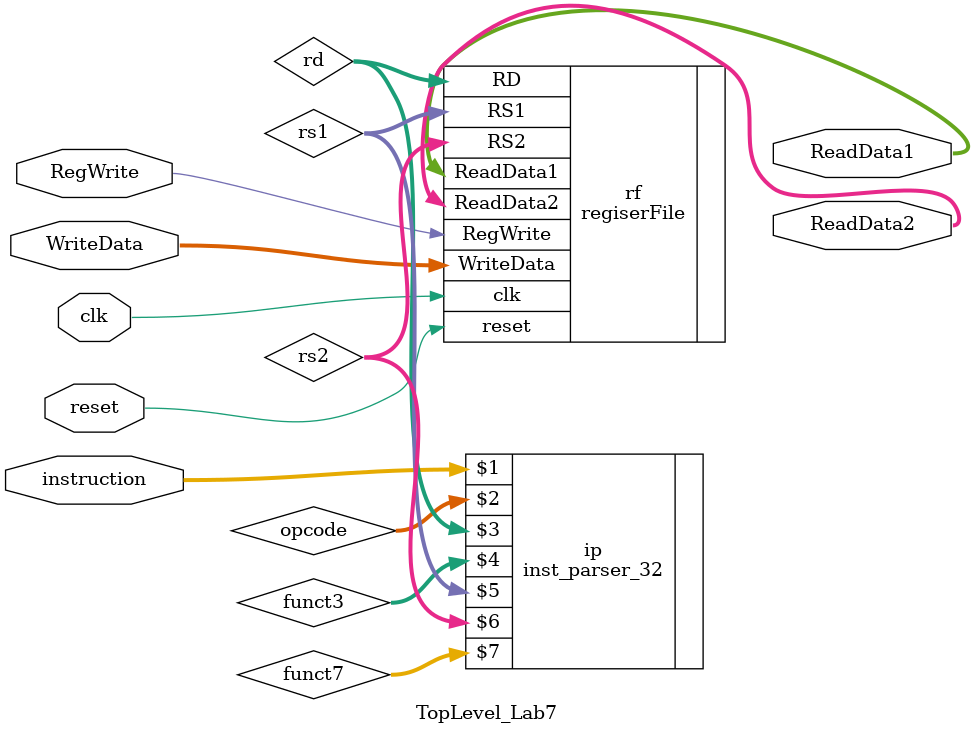
<source format=v>
`timescale 1ns / 1ps


module TopLevel_Lab7(
    input [31:0] instruction,
    input clk,
    input reset,
    input RegWrite,
    input [63:0] WriteData,
    output wire [63:0] ReadData1,
    output wire [63:0] ReadData2
    );
wire [6:0] opcode, funct7; wire [4:0] rd, rs1, rs2; wire [2:0] funct3;

inst_parser_32 ip(instruction, opcode, rd, funct3, rs1, rs2, funct7);
regiserFile rf(.clk(clk), .reset(reset), .WriteData(WriteData), .RS1(rs1), .RS2(rs2), .RD(rd), .RegWrite(RegWrite), .ReadData1(ReadData1), .ReadData2(ReadData2));

endmodule

</source>
